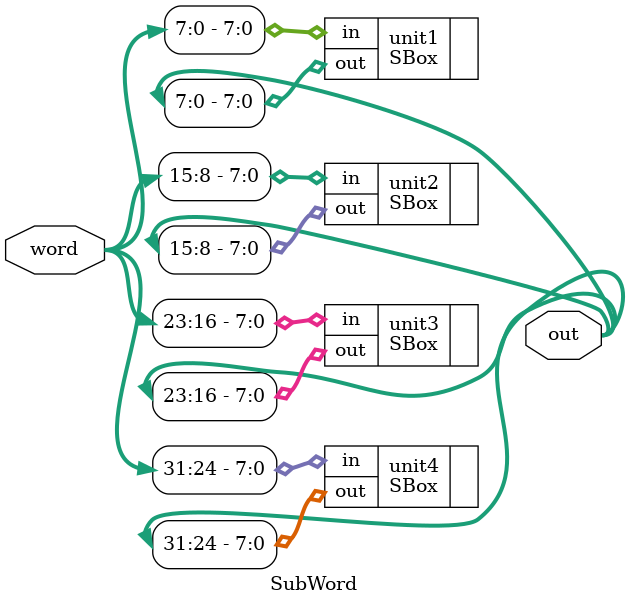
<source format=sv>
module SubWord(word,out);
input [31:0]word;
output [31:0]out;


SBox unit1(
.in(word[7:0]),
.out(out[7:0])
);
SBox unit2(
.in(word[15:8]),
.out(out[15:8])
);
SBox unit3(
.in(word[23:16]),
.out(out[23:16])
);
SBox unit4(
.in(word[31:24]),
.out(out[31:24])
);

endmodule
















</source>
